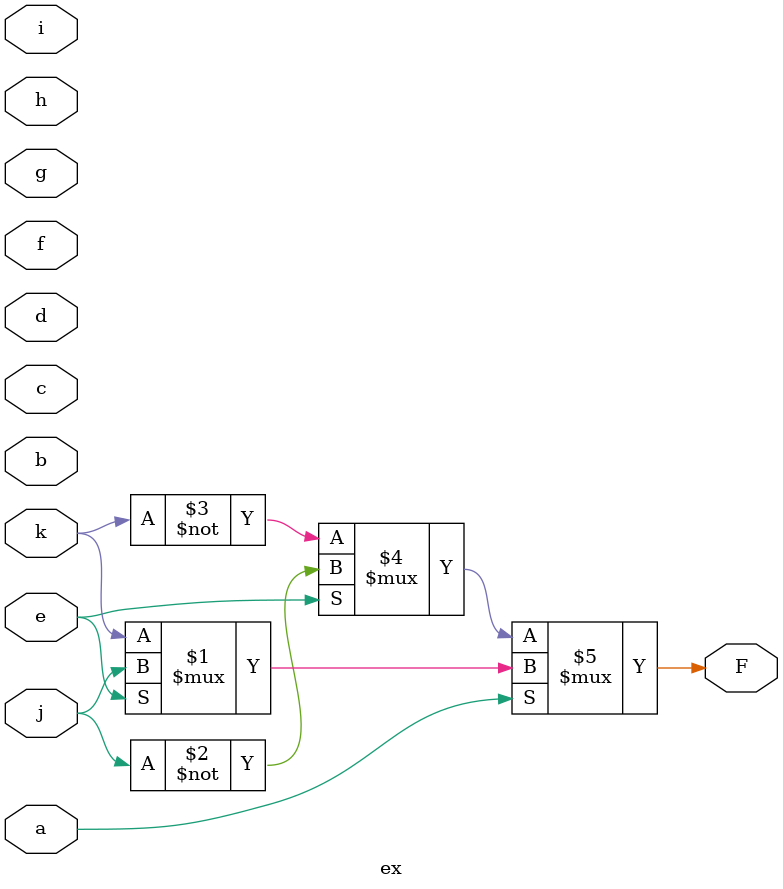
<source format=v>

module ex ( 
    a, b, c, d, e, f, g, h, i, j, k,
    F  );
  input  a, b, c, d, e, f, g, h, i, j, k;
  output F;
  assign F = a ? (e ? j : k) : (e ? ~j : ~k);
endmodule



</source>
